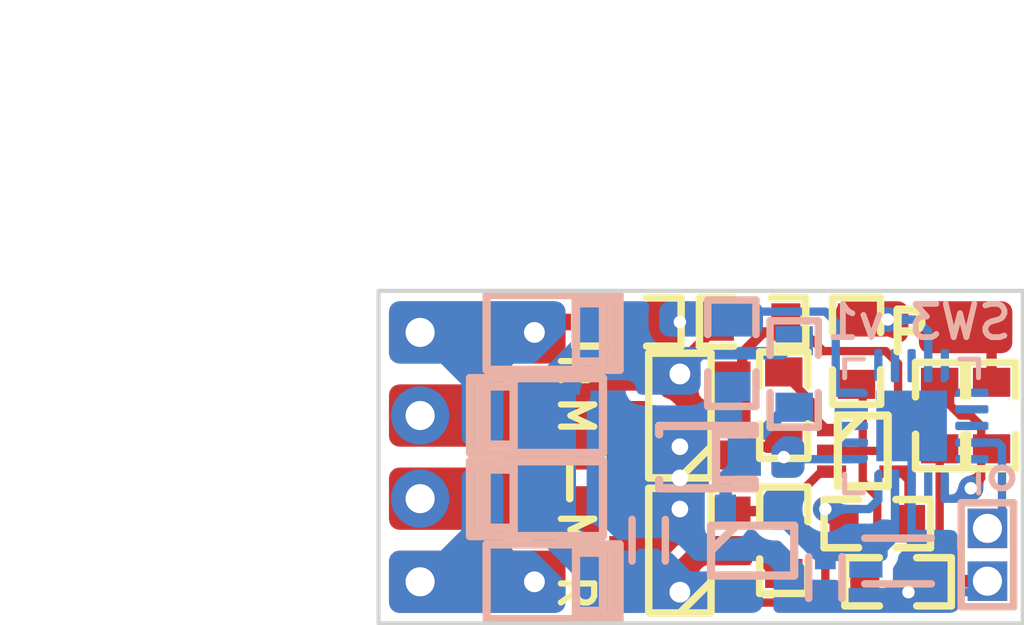
<source format=kicad_pcb>
(kicad_pcb (version 20211014) (generator pcbnew)
  (layers (0 "F.Cu" signal) (31 "B.Cu" signal) (34 "B.Paste" user) (35 "F.Paste" user) (36 "B.SilkS" user "B.Silkscreen") (37 "F.SilkS" user "F.Silkscreen") (38 "B.Mask" user) (39 "F.Mask" user) (44 "Edge.Cuts" user))
  (net 0 "")
  (net 1 "+12V")
  (net 2 "GND")
  (net 3 "+5V")
  (net 4 "MOTOR+")
  (net 5 "MOTOR-")
  (net 6 "RAIL+")
  (net 7 "RAIL-")
  (net 8 "Net-(D5-Pad1)")
  (net 9 "UPDI")
  (net 10 "REV")
  (net 11 "Net-(Q1-Pad3)")
  (net 12 "FWD")
  (net 13 "Net-(Q2-Pad3)")
  (net 14 "Net-(Q3-Pad1)")
  (net 15 "Net-(Q3-Pad2)")
  (net 16 "Net-(Q3-Pad4)")
  (net 17 "PWM")
  (net 30 "Net-(R1-Pad2)")
  (net 31 "/PROG")
  (net 32 "Net-(R18-Pad1)")
  (footprint "footprint:R_1608" (layer "F.Cu") (at 108.25 56 90)
    (fp_text reference "R4" hide)
    (fp_text value "102" hide)
    (pad "1" smd rect (at -0.8 0 90) (size 0.7 0.9) (layers "F.Cu" "F.Paste" "F.Mask") (net 1 "+12V"))
    (pad "2" smd rect (at 0.8 0 90) (size 0.7 0.9) (layers "F.Cu" "F.Paste" "F.Mask") (net 13 "Net-(Q2-Pad3)"))
  )
  (footprint "footprint:C_1005" (layer "F.Cu") (at 103.5 54.5 -90)
    (fp_text reference "C7" hide)
    (fp_text value "182" hide)
    (pad "1" smd rect (at -0.475 0 270) (size 0.55 0.5) (layers "F.Cu" "F.Paste" "F.Mask") (net 4 "MOTOR+"))
    (pad "2" smd rect (at 0.475 0 270) (size 0.55 0.5) (layers "F.Cu" "F.Paste" "F.Mask") (net 5 "MOTOR-"))
  )
  (footprint "footprint:PAD_2.2x0.8_SMD" (layer "F.Cu") (at 101.5 51)
    (fp_text reference "P1" hide)
    (fp_text value "PAD" hide)
    (pad "1" smd rect locked (at 0 0) (size 2.2 0.8) (layers "F.Cu" "F.Mask") (net 6 "RAIL+"))
  )
  (footprint "footprint:SOT-23-6" (layer "F.Cu") (at 105.75 56.25 90)
    (fp_text reference "Q2" hide)
    (fp_text value "DMG6601LVT" hide)
    (pad "1" smd rect (at -0.95 1.2 90) (size 0.7 1) (layers "F.Cu" "F.Paste" "F.Mask") (net 12 "FWD"))
    (pad "2" smd rect (at 0 1.2 90) (size 0.7 1) (layers "F.Cu" "F.Paste" "F.Mask") (net 1 "+12V"))
    (pad "3" smd rect (at 0.95 1.2 90) (size 0.7 1) (layers "F.Cu" "F.Paste" "F.Mask") (net 13 "Net-(Q2-Pad3)"))
    (pad "4" smd rect (at 0.95 -1.2 90) (size 0.7 1) (layers "F.Cu" "F.Paste" "F.Mask") (net 5 "MOTOR-"))
    (pad "5" smd rect (at 0 -1.2 90) (size 0.7 1) (layers "F.Cu" "F.Paste" "F.Mask") (net 2 "GND"))
    (pad "6" smd rect (at -0.95 -1.2 90) (size 0.7 1) (layers "F.Cu" "F.Paste" "F.Mask") (net 5 "MOTOR-"))
  )
  (footprint "footprint:R_1608" (layer "F.Cu") (at 104.5 50.75)
    (fp_text reference "R1" hide)
    (fp_text value "104" hide)
    (pad "1" smd rect (at -0.8 0) (size 0.7 0.9) (layers "F.Cu" "F.Paste" "F.Mask") (net 6 "RAIL+"))
    (pad "2" smd rect (at 0.8 0) (size 0.7 0.9) (layers "F.Cu" "F.Paste" "F.Mask") (net 30 "Net-(R1-Pad2)"))
  )
  (footprint "footprint:R_1608" (layer "F.Cu") (at 111 57)
    (fp_text reference "R8" hide)
    (fp_text value "102" hide)
    (pad "1" smd rect (at -0.8 0) (size 0.7 0.9) (layers "F.Cu" "F.Paste" "F.Mask") (net 15 "Net-(Q3-Pad2)"))
    (pad "2" smd rect (at 0.8 0) (size 0.7 0.9) (layers "F.Cu" "F.Paste" "F.Mask") (net 2 "GND"))
  )
  (footprint "footprint:R_1608" (layer "F.Cu") (at 112 53 -90)
    (fp_text reference "R18" hide)
    (fp_text value "104" hide)
    (pad "1" smd rect (at -0.8 0 270) (size 0.7 0.9) (layers "F.Cu" "F.Paste" "F.Mask") (net 32 "Net-(R18-Pad1)"))
    (pad "2" smd rect (at 0.8 0 270) (size 0.7 0.9) (layers "F.Cu" "F.Paste" "F.Mask") (net 2 "GND"))
  )
  (footprint "footprint:R_1608" (layer "F.Cu") (at 107.5 50.75)
    (fp_text reference "R3" hide)
    (fp_text value "102" hide)
    (pad "1" smd rect (at -0.8 0) (size 0.7 0.9) (layers "F.Cu" "F.Paste" "F.Mask") (net 1 "+12V"))
    (pad "2" smd rect (at 0.8 0) (size 0.7 0.9) (layers "F.Cu" "F.Paste" "F.Mask") (net 11 "Net-(Q1-Pad3)"))
  )
  (footprint "footprint:PAD_2.2x0.8_SMD" (layer "F.Cu") (at 101.5 55)
    (fp_text reference "P4" hide)
    (fp_text value "PAD" hide)
    (pad "1" smd rect locked (at 0 0) (size 2.2 0.8) (layers "F.Cu" "F.Mask") (net 5 "MOTOR-"))
  )
  (footprint "footprint:SOT-23-6" (layer "F.Cu") (at 105.75 53 90)
    (fp_text reference "Q1" hide)
    (fp_text value "DMG6601LVT" hide)
    (pad "1" smd rect (at -0.95 1.2 90) (size 0.7 1) (layers "F.Cu" "F.Paste" "F.Mask") (net 10 "REV"))
    (pad "2" smd rect (at 0 1.2 90) (size 0.7 1) (layers "F.Cu" "F.Paste" "F.Mask") (net 1 "+12V"))
    (pad "3" smd rect (at 0.95 1.2 90) (size 0.7 1) (layers "F.Cu" "F.Paste" "F.Mask") (net 11 "Net-(Q1-Pad3)"))
    (pad "4" smd rect (at 0.95 -1.2 90) (size 0.7 1) (layers "F.Cu" "F.Paste" "F.Mask") (net 4 "MOTOR+"))
    (pad "5" smd rect (at 0 -1.2 90) (size 0.7 1) (layers "F.Cu" "F.Paste" "F.Mask") (net 2 "GND"))
    (pad "6" smd rect (at -0.95 -1.2 90) (size 0.7 1) (layers "F.Cu" "F.Paste" "F.Mask") (net 4 "MOTOR+"))
  )
  (footprint "footprint:PAD_2.2x0.8_SMD" (layer "F.Cu") (at 101.5 53)
    (fp_text reference "P3" hide)
    (fp_text value "PAD" hide)
    (pad "1" smd rect locked (at 0 0) (size 2.2 0.8) (layers "F.Cu" "F.Mask") (net 4 "MOTOR+"))
  )
  (footprint "footprint:R_1608" (layer "F.Cu") (at 110.5 55.6 180)
    (fp_text reference "R6" hide)
    (fp_text value "331" hide)
    (pad "1" smd rect (at -0.8 0 180) (size 0.7 0.9) (layers "F.Cu" "F.Paste" "F.Mask") (net 16 "Net-(Q3-Pad4)"))
    (pad "2" smd rect (at 0.8 0 180) (size 0.7 0.9) (layers "F.Cu" "F.Paste" "F.Mask") (net 12 "FWD"))
  )
  (footprint "footprint:PAD_1.0x1.8_SMD" (layer "F.Cu") (at 112.7 50.9 90)
    (fp_text reference "P11" hide)
    (fp_text value "PROG_PAD" hide)
    (pad "1" smd rect locked (at 0 0 90) (size 1 1.8) (layers "F.Cu" "F.Mask") (net 31 "/PROG"))
  )
  (footprint "footprint:SOT-666-nomark" (layer "F.Cu") (at 110.15 53.85)
    (fp_text reference "Q3" hide)
    (fp_text value "PMBT3904VS" hide)
    (pad "1" smd rect (at -0.75 -0.5 270) (size 0.3 0.7) (layers "F.Cu" "F.Paste" "F.Mask") (net 14 "Net-(Q3-Pad1)"))
    (pad "2" smd rect (at -0.75 0 270) (size 0.3 0.7) (layers "F.Cu" "F.Paste" "F.Mask") (net 15 "Net-(Q3-Pad2)"))
    (pad "3" smd rect (at -0.75 0.5 270) (size 0.3 0.7) (layers "F.Cu" "F.Paste" "F.Mask") (net 13 "Net-(Q2-Pad3)"))
    (pad "4" smd rect (at 0.75 0.5 270) (size 0.3 0.7) (layers "F.Cu" "F.Paste" "F.Mask") (net 16 "Net-(Q3-Pad4)"))
    (pad "5" smd rect (at 0.75 0 270) (size 0.3 0.7) (layers "F.Cu" "F.Paste" "F.Mask") (net 15 "Net-(Q3-Pad2)"))
    (pad "6" smd rect (at 0.75 -0.5 270) (size 0.3 0.7) (layers "F.Cu" "F.Paste" "F.Mask") (net 11 "Net-(Q1-Pad3)"))
  )
  (footprint "footprint:PAD_2.2x0.8_SMD" (layer "F.Cu") (at 101.5 57)
    (fp_text reference "P2" hide)
    (fp_text value "PAD" hide)
    (pad "1" smd rect locked (at 0 0) (size 2.2 0.8) (layers "F.Cu" "F.Mask") (net 7 "RAIL-"))
  )
  (footprint "footprint:R_1608" (layer "F.Cu") (at 108.25 52.75 -90)
    (fp_text reference "R5" hide)
    (fp_text value "331" hide)
    (pad "1" smd rect (at -0.8 0 270) (size 0.7 0.9) (layers "F.Cu" "F.Paste" "F.Mask") (net 14 "Net-(Q3-Pad1)"))
    (pad "2" smd rect (at 0.8 0 270) (size 0.7 0.9) (layers "F.Cu" "F.Paste" "F.Mask") (net 10 "REV"))
  )
  (footprint "footprint:R_1608" (layer "F.Cu") (at 113.25 53 -90)
    (fp_text reference "R2" hide)
    (fp_text value "104" hide)
    (pad "1" smd rect (at -0.8 0 270) (size 0.7 0.9) (layers "F.Cu" "F.Paste" "F.Mask") (net 31 "/PROG"))
    (pad "2" smd rect (at 0.8 0 270) (size 0.7 0.9) (layers "F.Cu" "F.Paste" "F.Mask") (net 32 "Net-(R18-Pad1)"))
  )
  (footprint "footprint:R_1608" (layer "F.Cu") (at 110 51.45 -90)
    (fp_text reference "R7" hide)
    (fp_text value "102" hide)
    (pad "1" smd rect (at -0.8 0 270) (size 0.7 0.9) (layers "F.Cu" "F.Paste" "F.Mask") (net 17 "PWM"))
    (pad "2" smd rect (at 0.8 0 270) (size 0.7 0.9) (layers "F.Cu" "F.Paste" "F.Mask") (net 15 "Net-(Q3-Pad2)"))
  )
  (footprint "footprint:Test_4pin_2mm" (layer "F.Cu") (at 99.5 54 -90)
    (fp_text reference "P10" hide)
    (fp_text value "Test" hide)
    (pad "1" thru_hole circle (at -3 0 270) (size 1.4 1.4) (drill 0.7) (layers *.Cu *.Mask) (net 6 "RAIL+"))
    (pad "2" thru_hole circle (at -1 0 270) (size 1.4 1.4) (drill 0.7) (layers *.Cu *.Mask) (net 4 "MOTOR+"))
    (pad "3" thru_hole circle (at 1 0 270) (size 1.4 1.4) (drill 0.7) (layers *.Cu *.Mask) (net 5 "MOTOR-"))
    (pad "4" thru_hole circle (at 3 0 270) (size 1.4 1.4) (drill 0.7) (layers *.Cu *.Mask) (net 7 "RAIL-"))
  )
  (footprint "footprint:C_1005" (layer "B.Cu") (at 105 56 90)
    (fp_text reference "C1" hide)
    (fp_text value "104" hide)
    (pad "1" smd rect (at -0.475 0 90) (size 0.55 0.5) (layers "B.Cu" "B.Paste" "B.Mask") (net 1 "+12V"))
    (pad "2" smd rect (at 0.475 0 90) (size 0.55 0.5) (layers "B.Cu" "B.Paste" "B.Mask") (net 2 "GND"))
  )
  (footprint "footprint:VQFN-20-1EP_3x3mm_P0.4mm_EP1.7x1.7mm" (layer "B.Cu") (at 111.325 53.25 90)
    (fp_text reference "U2" hide)
    (fp_text value "ATtiny406-M" hide)
    (pad "1" smd custom (at -1.45 0.8 90) (size 0.143431 0.143431) (layers "B.Cu" "B.Paste" "B.Mask") (net 32 "Net-(R18-Pad1)") (options (clearance outline) (anchor circle)) (primitives (gr_poly (pts (xy -0.35 0.05) (xy 0.299289 0.05) (xy 0.35 -0.000711) (xy 0.35 -0.05) (xy -0.35 -0.05)) (width 0.1) (fill yes))))
    (pad "2" smd roundrect (at -1.45 0.4 90) (size 0.8 0.2) (layers "B.Cu" "B.Paste" "B.Mask"))
    (pad "3" smd roundrect (at -1.45 0 90) (size 0.8 0.2) (layers "B.Cu" "B.Paste" "B.Mask") (net 2 "GND"))
    (pad "4" smd roundrect (at -1.45 -0.4 90) (size 0.8 0.2) (layers "B.Cu" "B.Paste" "B.Mask") (net 3 "+5V"))
    (pad "5" smd custom (at -1.45 -0.8 90) (size 0.143431 0.143431) (layers "B.Cu" "B.Paste" "B.Mask") (net 12 "FWD") (options (clearance outline) (anchor circle)) (primitives (gr_poly (pts (xy -0.35 0.05) (xy 0.35 0.05) (xy 0.35 0.000711) (xy 0.299289 -0.05) (xy -0.35 -0.05)) (width 0.1) (fill yes))))
    (pad "6" smd custom (at -0.8 -1.45 90) (size 0.143431 0.143431) (layers "B.Cu" "B.Paste" "B.Mask") (net 10 "REV") (options (clearance outline) (anchor circle)) (primitives (gr_poly (pts (xy -0.05 0.299289) (xy 0.000711 0.35) (xy 0.05 0.35) (xy 0.05 -0.35) (xy -0.05 -0.35)) (width 0.1) (fill yes))))
    (pad "7" smd roundrect (at -0.4 -1.45 90) (size 0.2 0.8) (layers "B.Cu" "B.Paste" "B.Mask"))
    (pad "8" smd roundrect (at 0 -1.45 90) (size 0.2 0.8) (layers "B.Cu" "B.Paste" "B.Mask"))
    (pad "9" smd roundrect (at 0.4 -1.45 90) (size 0.2 0.8) (layers "B.Cu" "B.Paste" "B.Mask"))
    (pad "10" smd custom (at 0.8 -1.45 90) (size 0.143431 0.143431) (layers "B.Cu" "B.Paste" "B.Mask") (net 30 "Net-(R1-Pad2)") (options (clearance outline) (anchor circle)) (primitives (gr_poly (pts (xy -0.05 0.35) (xy -0.000711 0.35) (xy 0.05 0.299289) (xy 0.05 -0.35) (xy -0.05 -0.35)) (width 0.1) (fill yes))))
    (pad "11" smd custom (at 1.45 -0.8 90) (size 0.143431 0.143431) (layers "B.Cu" "B.Paste" "B.Mask") (options (clearance outline) (anchor circle)) (primitives (gr_poly (pts (xy -0.35 0.05) (xy 0.35 0.05) (xy 0.35 -0.05) (xy -0.299289 -0.05) (xy -0.35 0.000711)) (width 0.1) (fill yes))))
    (pad "12" smd roundrect (at 1.45 -0.4 90) (size 0.8 0.2) (layers "B.Cu" "B.Paste" "B.Mask"))
    (pad "13" smd roundrect (at 1.45 0 90) (size 0.8 0.2) (layers "B.Cu" "B.Paste" "B.Mask"))
    (pad "14" smd roundrect (at 1.45 0.4 90) (size 0.8 0.2) (layers "B.Cu" "B.Paste" "B.Mask") (net 17 "PWM"))
    (pad "15" smd custom (at 1.45 0.8 90) (size 0.143431 0.143431) (layers "B.Cu" "B.Paste" "B.Mask") (options (clearance outline) (anchor circle)) (primitives (gr_poly (pts (xy -0.35 -0.000711) (xy -0.299289 0.05) (xy 0.35 0.05) (xy 0.35 -0.05) (xy -0.35 -0.05)) (width 0.1) (fill yes))))
    (pad "16" smd custom (at 0.8 1.45 90) (size 0.143431 0.143431) (layers "B.Cu" "B.Paste" "B.Mask") (options (clearance outline) (anchor circle)) (primitives (gr_poly (pts (xy -0.05 0.35) (xy 0.05 0.35) (xy 0.05 -0.299289) (xy -0.000711 -0.35) (xy -0.05 -0.35)) (width 0.1) (fill yes))))
    (pad "17" smd roundrect (at 0.4 1.45 90) (size 0.2 0.8) (layers "B.Cu" "B.Paste" "B.Mask"))
    (pad "18" smd roundrect (at 0 1.45 90) (size 0.2 0.8) (layers "B.Cu" "B.Paste" "B.Mask"))
    (pad "19" smd roundrect (at -0.4 1.45 90) (size 0.2 0.8) (layers "B.Cu" "B.Paste" "B.Mask") (net 9 "UPDI"))
    (pad "20" smd custom (at -0.8 1.45 90) (size 0.143431 0.143431) (layers "B.Cu" "B.Paste" "B.Mask") (options (clearance outline) (anchor circle)) (primitives (gr_poly (pts (xy -0.05 0.35) (xy 0.05 0.35) (xy 0.05 -0.35) (xy 0.000711 -0.35) (xy -0.05 -0.299289)) (width 0.1) (fill yes))))
    (pad "21" smd rect (at 0 0 90) (size 1.7 1.7) (layers "B.Cu" "B.Mask") (net 2 "GND"))
  )
  (footprint "footprint:PMDU" (layer "B.Cu") (at 102.5 55 180)
    (fp_text reference "D4" hide)
    (fp_text value "SS2040FL" hide)
    (pad "1" smd rect (at 1.525 0 180) (size 0.85 1.2) (layers "B.Cu" "B.Paste" "B.Mask") (net 7 "RAIL-"))
    (pad "2" smd rect (at -1.525 0 180) (size 0.85 1.2) (layers "B.Cu" "B.Paste" "B.Mask") (net 2 "GND"))
  )
  (footprint "footprint:PMDU" (layer "B.Cu") (at 102.5 57)
    (fp_text reference "D3" hide)
    (fp_text value "SS2040FL" hide)
    (pad "1" smd rect (at 1.525 0) (size 0.85 1.2) (layers "B.Cu" "B.Paste" "B.Mask") (net 1 "+12V"))
    (pad "2" smd rect (at -1.525 0) (size 0.85 1.2) (layers "B.Cu" "B.Paste" "B.Mask") (net 7 "RAIL-"))
  )
  (footprint "footprint:SC-70_v2" (layer "B.Cu") (at 107.5 56.25)
    (fp_text reference "Q5" hide)
    (fp_text value "2SC4116" hide)
    (pad "1" smd rect (at -0.65 -0.95) (size 0.5 0.8) (layers "B.Cu" "B.Paste" "B.Mask") (net 8 "Net-(D5-Pad1)"))
    (pad "2" smd rect (at 0.65 -0.95) (size 0.5 0.8) (layers "B.Cu" "B.Paste" "B.Mask") (net 3 "+5V"))
    (pad "3" smd rect (at 0 0.95) (size 0.5 0.8) (layers "B.Cu" "B.Paste" "B.Mask") (net 1 "+12V"))
  )
  (footprint "footprint:UMD2" (layer "B.Cu") (at 106.25 54)
    (fp_text reference "D5" hide)
    (fp_text value "UDZV5.1B" hide)
    (pad "1" smd rect (at 1.05 0) (size 0.8 0.9) (layers "B.Cu" "B.Paste" "B.Mask") (net 8 "Net-(D5-Pad1)"))
    (pad "2" smd rect (at -1.05 0) (size 0.8 0.9) (layers "B.Cu" "B.Paste" "B.Mask") (net 2 "GND"))
  )
  (footprint "footprint:R_1608" (layer "B.Cu") (at 107 51.5 -90)
    (fp_text reference "R17" hide)
    (fp_text value "104" hide)
    (pad "1" smd rect (at -0.8 0 270) (size 0.7 0.9) (layers "B.Cu" "B.Paste" "B.Mask") (net 30 "Net-(R1-Pad2)"))
    (pad "2" smd rect (at 0.8 0 270) (size 0.7 0.9) (layers "B.Cu" "B.Paste" "B.Mask") (net 2 "GND"))
  )
  (footprint "footprint:C_1005" (layer "B.Cu") (at 109.25 56.9 -90)
    (fp_text reference "C5" hide)
    (fp_text value "104" hide)
    (pad "1" smd rect (at -0.475 0 270) (size 0.55 0.5) (layers "B.Cu" "B.Paste" "B.Mask") (net 3 "+5V"))
    (pad "2" smd rect (at 0.475 0 270) (size 0.55 0.5) (layers "B.Cu" "B.Paste" "B.Mask") (net 2 "GND"))
  )
  (footprint "footprint:C_1608" (layer "B.Cu") (at 111 56.5)
    (fp_text reference "C3" hide)
    (fp_text value "226" hide)
    (pad "1" smd rect (at -0.775 0) (size 0.8 0.8) (layers "B.Cu" "B.Paste" "B.Mask") (net 3 "+5V"))
    (pad "2" smd rect (at 0.775 0) (size 0.8 0.8) (layers "B.Cu" "B.Paste" "B.Mask") (net 2 "GND"))
  )
  (footprint "footprint:PMDU" (layer "B.Cu") (at 102.5 51)
    (fp_text reference "D1" hide)
    (fp_text value "SS2040FL" hide)
    (pad "1" smd rect (at 1.525 0) (size 0.85 1.2) (layers "B.Cu" "B.Paste" "B.Mask") (net 1 "+12V"))
    (pad "2" smd rect (at -1.525 0) (size 0.85 1.2) (layers "B.Cu" "B.Paste" "B.Mask") (net 6 "RAIL+"))
  )
  (footprint "footprint:PAD_PROG_2PIN_HOLE0.7" (layer "B.Cu") (at 113.15 56.35 -90)
    (fp_text reference "P7" hide)
    (fp_text value "PROG" hide)
    (pad "1" thru_hole rect locked (at -0.635 0 270) (size 0.95 0.95) (drill 0.7) (layers *.Cu *.Mask) (net 9 "UPDI"))
    (pad "2" thru_hole rect locked (at 0.635 0 270) (size 0.95 0.95) (drill 0.7) (layers *.Cu *.Mask) (net 2 "GND"))
  )
  (footprint "footprint:R_1608" (layer "B.Cu") (at 108.5 52 -90)
    (fp_text reference "R12" hide)
    (fp_text value "472" hide)
    (pad "1" smd rect (at -0.8 0 270) (size 0.7 0.9) (layers "B.Cu" "B.Paste" "B.Mask") (net 1 "+12V"))
    (pad "2" smd rect (at 0.8 0 270) (size 0.7 0.9) (layers "B.Cu" "B.Paste" "B.Mask") (net 8 "Net-(D5-Pad1)"))
  )
  (footprint "footprint:PMDU" (layer "B.Cu") (at 102.5 53 180)
    (fp_text reference "D2" hide)
    (fp_text value "SS2040FL" hide)
    (pad "1" smd rect (at 1.525 0 180) (size 0.85 1.2) (layers "B.Cu" "B.Paste" "B.Mask") (net 6 "RAIL+"))
    (pad "2" smd rect (at -1.525 0 180) (size 0.85 1.2) (layers "B.Cu" "B.Paste" "B.Mask") (net 2 "GND"))
  )
  (gr_circle (center 113.5 54.5) (end 113.75 54.5) (layer "B.SilkS") (width 0.15) (fill none))
  (gr_line (start 114 50) (end 98.5 50) (layer "Edge.Cuts") (width 0.1))
  (gr_line (start 114 58) (end 114 50) (layer "Edge.Cuts") (width 0.1))
  (gr_line (start 98.5 50) (end 98.5 58) (layer "Edge.Cuts") (width 0.1))
  (gr_line (start 98.5 58) (end 114 58) (layer "Edge.Cuts") (width 0.1))
  (gr_text "SW3 v1" (at 111.5 50.75) (layer "B.SilkS") (effects (font (size 0.8 0.8) (thickness 0.14)) (justify mirror)))
  (gr_text "R" (at 103.25 51.9 270) (layer "F.SilkS") (effects (font (size 0.8 0.8))))
  (gr_text "M" (at 103.25 53 270) (layer "F.SilkS") (effects (font (size 0.8 0.8))))
  (gr_text "R" (at 103.25 57.25 270) (layer "F.SilkS") (effects (font (size 0.8 0.8))))
  (gr_text "M" (at 103.25 55.75 270) (layer "F.SilkS") (effects (font (size 0.8 0.8))))
  (gr_text "P" (at 111.25 51) (layer "F.SilkS") (effects (font (size 1 1) (thickness 0.2))))
  (segment (start 105.76 56.83) (end 105.76 57.24) (width 0.5) (layer "F.Cu") (net 1))
  (segment (start 105.75 52.46) (end 105.75 52) (width 0.5) (layer "F.Cu") (net 1))
  (segment (start 107.075 56.375) (end 106.95 56.25) (width 0.25) (layer "F.Cu") (net 1))
  (segment (start 106.7 50.8) (end 106.7 50.75) (width 0.25) (layer "F.Cu") (net 1))
  (segment (start 106.24 56.35) (end 105.76 56.83) (width 0.5) (layer "F.Cu") (net 1))
  (segment (start 107.625 56.375) (end 107.075 56.375) (width 0.25) (layer "F.Cu") (net 1))
  (segment (start 105.75 52) (end 105.75 51.95) (width 0.25) (layer "F.Cu") (net 1))
  (segment (start 106.24 56.35) (end 106.85 56.35) (width 0.5) (layer "F.Cu") (net 1))
  (segment (start 107.625 56.375) (end 108.05 56.8) (width 0.25) (layer "F.Cu") (net 1))
  (segment (start 106.5 53) (end 106.29 53) (width 0.5) (layer "F.Cu") (net 1))
  (segment (start 106.29 53) (end 105.75 52.46) (width 0.5) (layer "F.Cu") (net 1))
  (segment (start 106.85 56.35) (end 106.95 56.25) (width 0.5) (layer "F.Cu") (net 1))
  (segment (start 108.05 56.8) (end 108.25 56.8) (width 0.25) (layer "F.Cu") (net 1))
  (segment (start 105.75 51.75) (end 106.7 50.8) (width 0.25) (layer "F.Cu") (net 1))
  (segment (start 105.76 57.24) (end 105.75 57.25) (width 0.5) (layer "F.Cu") (net 1))
  (segment (start 106.5 53) (end 106.95 53) (width 0.5) (layer "F.Cu") (net 1))
  (segment (start 105.75 52) (end 105.75 51.75) (width 0.25) (layer "F.Cu") (net 1))
  (via (at 105.75 57.25) (size 1) (drill 0.5) (layers "F.Cu" "B.Cu") (net 1))
  (via (at 105.75 52) (size 1) (drill 0.5) (layers "F.Cu" "B.Cu") (net 1))
  (segment (start 105 57) (end 105.75 57) (width 0.2) (layer "B.Cu") (net 1))
  (segment (start 104.25 51) (end 103.775 51) (width 0.5) (layer "B.Cu") (net 1))
  (segment (start 105.75 57) (end 105.75 57.25) (width 0.2) (layer "B.Cu") (net 1))
  (segment (start 103.775 57) (end 105 57) (width 0.2) (layer "B.Cu") (net 1))
  (segment (start 103.275 51.5) (end 103.775 51) (width 0.2) (layer "B.Cu") (net 1))
  (segment (start 103.25 51.5) (end 103.275 51.5) (width 0.2) (layer "B.Cu") (net 1))
  (segment (start 105.75 52) (end 106 51.75) (width 0.25) (layer "B.Cu") (net 1))
  (segment (start 105.25 52) (end 105.75 52) (width 0.5) (layer "B.Cu") (net 1))
  (segment (start 105 56.475) (end 105 57) (width 0.25) (layer "B.Cu") (net 1))
  (segment (start 102.25 55.25) (end 103.775 56.775) (width 0.2) (layer "B.Cu") (net 1))
  (segment (start 106.25 51.5) (end 105.75 52) (width 0.3) (layer "B.Cu") (net 1))
  (segment (start 102.25 52.5) (end 103.25 51.5) (width 0.2) (layer "B.Cu") (net 1))
  (segment (start 107.45 57.25) (end 107.5 57.2) (width 0.4) (layer "B.Cu") (net 1))
  (segment (start 104.25 51) (end 105.25 52) (width 0.5) (layer "B.Cu") (net 1))
  (segment (start 106.25 51.5) (end 105.25 51.5) (width 0.3) (layer "B.Cu") (net 1))
  (segment (start 108.2 51.5) (end 108.5 51.2) (width 0.3) (layer "B.Cu") (net 1))
  (segment (start 106.25 51.5) (end 108.2 51.5) (width 0.3) (layer "B.Cu") (net 1))
  (segment (start 105.75 57.25) (end 107.45 57.25) (width 0.4) (layer "B.Cu") (net 1))
  (segment (start 102.25 55.25) (end 102.25 52.5) (width 0.2) (layer "B.Cu") (net 1))
  (segment (start 103.775 56.775) (end 103.775 57) (width 0.2) (layer "B.Cu") (net 1))
  (segment (start 105.25 53.05) (end 104.6 53.05) (width 0.5) (layer "F.Cu") (net 2))
  (segment (start 104.6 56.2) (end 104.55 56.25) (width 0.5) (layer "F.Cu") (net 2))
  (segment (start 113.15 56.985) (end 111.815 56.985) (width 0.3) (layer "F.Cu") (net 2))
  (segment (start 111.25 57) (end 111.25 57.25) (width 0.2) (layer "F.Cu") (net 2))
  (segment (start 112 56.8) (end 111.8 57) (width 0.2) (layer "F.Cu") (net 2))
  (segment (start 112.885 57) (end 113 56.885) (width 0.2) (layer "F.Cu") (net 2))
  (segment (start 105.25 53.05) (end 105.75 53.55) (width 0.5) (layer "F.Cu") (net 2))
  (segment (start 111.8 57) (end 111.25 57) (width 0.2) (layer "F.Cu") (net 2))
  (segment (start 105.27 56.2) (end 104.6 56.2) (width 0.5) (layer "F.Cu") (net 2))
  (segment (start 105.75 55.72) (end 105.75 55.25) (width 0.5) (layer "F.Cu") (net 2))
  (segment (start 111.815 56.985) (end 111.8 57) (width 0.3) (layer "F.Cu") (net 2))
  (segment (start 112 53.8) (end 112 56.8) (width 0.2) (layer "F.Cu") (net 2))
  (segment (start 105.27 56.2) (end 105.75 55.72) (width 0.5) (layer "F.Cu") (net 2))
  (segment (start 104.6 53.05) (end 104.55 53) (width 0.5) (layer "F.Cu") (net 2))
  (via (at 111.25 57.25) (size 0.6) (drill 0.3) (layers "F.Cu" "B.Cu") (net 2))
  (via (at 105.75 53.75) (size 0.8) (drill 0.4) (layers "F.Cu" "B.Cu") (net 2))
  (via (at 105.75 55.25) (size 0.8) (drill 0.4) (layers "F.Cu" "B.Cu") (net 2))
  (via (at 105.75 54.5) (size 0.8) (drill 0.4) (layers "F.Cu" "B.Cu") (net 2))
  (segment (start 106.95 52.55) (end 105.75 53.75) (width 0.4) (layer "B.Cu") (net 2))
  (segment (start 108 56.25) (end 106.5 56.25) (width 0.2) (layer "B.Cu") (net 2))
  (segment (start 103.775 55) (end 105 55) (width 0.2) (layer "B.Cu") (net 2))
  (segment (start 106.5 56.25) (end 105.75 55.5) (width 0.2) (layer "B.Cu") (net 2))
  (segment (start 103.775 53) (end 105.25 53) (width 0.2) (layer "B.Cu") (net 2))
  (segment (start 107 52.55) (end 106.95 52.55) (width 0.4) (layer "B.Cu") (net 2))
  (segment (start 105 55.525) (end 105 55) (width 0.25) (layer "B.Cu") (net 2))
  (segment (start 111.775 57.225) (end 111.75 57.25) (width 0.2) (layer "B.Cu") (net 2))
  (segment (start 109.7 57.5) (end 109.375 57.5) (width 0.2) (layer "B.Cu") (net 2))
  (segment (start 111.5 56.225) (end 111.775 56.5) (width 0.2) (layer "B.Cu") (net 2))
  (segment (start 108.5 57.5) (end 109.125 57.5) (width 0.2) (layer "B.Cu") (net 2))
  (segment (start 111.5 56) (end 111.5 56.225) (width 0.2) (layer "B.Cu") (net 2))
  (segment (start 111.325 55.675) (end 111.325 56.425) (width 0.2) (layer "B.Cu") (net 2))
  (segment (start 105.75 53.75) (end 105.75 55) (width 0.2) (layer "B.Cu") (net 2))
  (segment (start 109.375 57.5) (end 109.25 57.375) (width 0.2) (layer "B.Cu") (net 2))
  (segment (start 111.25 57.25) (end 110.525 57.25) (width 0.2) (layer "B.Cu") (net 2))
  (segment (start 105 55) (end 105.75 55) (width 0.2) (layer "B.Cu") (net 2))
  (segment (start 105.75 55.5) (end 105.75 55.25) (width 0.2) (layer "B.Cu") (net 2))
  (segment (start 111.325 55.825) (end 111.5 56) (width 0.2) (layer "B.Cu") (net 2))
  (segment (start 111.75 57.25) (end 111.25 57.25) (width 0.2) (layer "B.Cu") (net 2))
  (segment (start 111.325 54.45) (end 111.325 55.675) (width 0.2) (layer "B.Cu") (net 2))
  (segment (start 109.125 57.5) (end 109.25 57.375) (width 0.2) (layer "B.Cu") (net 2))
  (segment (start 105.25 53) (end 105.75 53.5) (width 0.2) (layer "B.Cu") (net 2))
  (segment (start 111.775 56.5) (end 111.775 57.225) (width 0.2) (layer "B.Cu") (net 2))
  (segment (start 109.7 57.5) (end 110.275 57.5) (width 0.2) (layer "B.Cu") (net 2))
  (segment (start 110.275 57.5) (end 110.5 57.275) (width 0.2) (layer "B.Cu") (net 2))
  (segment (start 111.325 55.675) (end 111.325 55.825) (width 0.2) (layer "B.Cu") (net 2))
  (segment (start 112 57.25) (end 112.785 57.25) (width 0.2) (layer "B.Cu") (net 2))
  (segment (start 110.525 57.25) (end 110.5 57.275) (width 0.2) (layer "B.Cu") (net 2))
  (segment (start 112.785 57.25) (end 113.15 56.885) (width 0.2) (layer "B.Cu") (net 2))
  (segment (start 108.25 56.75) (end 108.25 56.5) (width 0.2) (layer "B.Cu") (net 2))
  (segment (start 108.25 56.5) (end 108 56.25) (width 0.2) (layer "B.Cu") (net 2))
  (segment (start 108.25 57.25) (end 108.5 57.5) (width 0.2) (layer "B.Cu") (net 2))
  (segment (start 112 57.25) (end 111.75 57.25) (width 0.2) (layer "B.Cu") (net 2))
  (segment (start 111.325 54.7) (end 111.325 53.25) (width 0.2) (layer "B.Cu") (net 2))
  (segment (start 108.25 56.75) (end 108.25 57.25) (width 0.2) (layer "B.Cu") (net 2))
  (segment (start 108.2 55.25) (end 108.15 55.3) (width 0.2) (layer "B.Cu") (net 3))
  (segment (start 110 56.25) (end 109 56.25) (width 0.25) (layer "B.Cu") (net 3))
  (segment (start 108.15 55.4) (end 108.15 55.3) (width 0.2) (layer "B.Cu") (net 3))
  (segment (start 110.925 55.8) (end 110.225 56.5) (width 0.2) (layer "B.Cu") (net 3))
  (segment (start 110.925 54.45) (end 110.925 55.8) (width 0.2) (layer "B.Cu") (net 3))
  (segment (start 109 56.25) (end 108.15 55.4) (width 0.25) (layer "B.Cu") (net 3))
  (segment (start 104.55 53.95) (end 103.8 53.95) (width 0.5) (layer "F.Cu") (net 4))
  (segment (start 103.8 53.95) (end 103.45 53.95) (width 0.5) (layer "F.Cu") (net 4))
  (segment (start 102.75 53.25) (end 103.5 53.25) (width 0.5) (layer "F.Cu") (net 4))
  (segment (start 103.25 53.5) (end 103.5 53.25) (width 0.5) (layer "F.Cu") (net 4))
  (segment (start 102.5 53) (end 101.5 53) (width 0.5) (layer "F.Cu") (net 4))
  (segment (start 103.575 53.95) (end 103.5 54.025) (width 0.5) (layer "F.Cu") (net 4))
  (segment (start 103 53.5) (end 103.25 53.5) (width 0.5) (layer "F.Cu") (net 4))
  (segment (start 103 53.5) (end 102.75 53.25) (width 0.5) (layer "F.Cu") (net 4))
  (segment (start 103.7 52.05) (end 103.5 52.25) (width 0.5) (layer "F.Cu") (net 4))
  (segment (start 103.5 53.25) (end 103.5 54.025) (width 0.5) (layer "F.Cu") (net 4))
  (segment (start 103.45 53.95) (end 103 53.5) (width 0.5) (layer "F.Cu") (net 4))
  (segment (start 103.8 53.95) (end 103.575 53.95) (width 0.5) (layer "F.Cu") (net 4))
  (segment (start 102.75 53.25) (end 102.5 53) (width 0.5) (layer "F.Cu") (net 4))
  (segment (start 104.55 52.05) (end 103.7 52.05) (width 0.5) (layer "F.Cu") (net 4))
  (segment (start 101.5 53) (end 99.5 53) (width 0.5) (layer "F.Cu") (net 4))
  (segment (start 103.5 52.25) (end 103.5 53.25) (width 0.5) (layer "F.Cu") (net 4))
  (segment (start 103.475 55) (end 103.5 54.975) (width 0.5) (layer "F.Cu") (net 5))
  (segment (start 103.5 55.25) (end 103.5 54.975) (width 0.5) (layer "F.Cu") (net 5))
  (segment (start 104.55 55.3) (end 103.55 55.3) (width 0.5) (layer "F.Cu") (net 5))
  (segment (start 104.55 57.2) (end 103.7 57.2) (width 0.5) (layer "F.Cu") (net 5))
  (segment (start 103.55 55.3) (end 103.5 55.25) (width 0.5) (layer "F.Cu") (net 5))
  (segment (start 103.7 57.2) (end 103.5 57) (width 0.5) (layer "F.Cu") (net 5))
  (segment (start 101.5 55) (end 99.5 55) (width 0.5) (layer "F.Cu") (net 5))
  (segment (start 103.5 57) (end 103.5 55.25) (width 0.5) (layer "F.Cu") (net 5))
  (segment (start 101.5 55) (end 103.475 55) (width 0.5) (layer "F.Cu") (net 5))
  (segment (start 101.5 51) (end 99.5 51) (width 0.2) (layer "F.Cu") (net 6))
  (segment (start 102.5 50.75) (end 102.25 51) (width 0.4) (layer "F.Cu") (net 6))
  (segment (start 103.7 50.75) (end 102.5 50.75) (width 0.4) (layer "F.Cu") (net 6))
  (segment (start 103.45 51) (end 103.7 50.75) (width 0.2) (layer "F.Cu") (net 6))
  (via (at 102.25 51) (size 1) (drill 0.5) (layers "F.Cu" "B.Cu") (net 6))
  (segment (start 100.725 51) (end 102.25 51) (width 0.2) (layer "B.Cu") (net 6))
  (segment (start 101.5 57) (end 99.5 57) (width 0.2) (layer "F.Cu") (net 7))
  (via (at 102.25 57) (size 1) (drill 0.5) (layers "F.Cu" "B.Cu") (net 7))
  (segment (start 100.725 57) (end 102.25 57) (width 0.2) (layer "B.Cu") (net 7))
  (segment (start 107.15 54) (end 108.35 52.8) (width 0.3) (layer "B.Cu") (net 8))
  (segment (start 106.85 54.45) (end 107.3 54) (width 0.3) (layer "B.Cu") (net 8))
  (segment (start 106.85 55.3) (end 106.85 54.45) (width 0.3) (layer "B.Cu") (net 8))
  (segment (start 113.5 53.75) (end 113.5 55.365) (width 0.2) (layer "B.Cu") (net 9))
  (segment (start 112.775 53.65) (end 113.4 53.65) (width 0.2) (layer "B.Cu") (net 9))
  (segment (start 113.4 53.65) (end 113.5 53.75) (width 0.2) (layer "B.Cu") (net 9))
  (segment (start 113.5 55.365) (end 113.15 55.715) (width 0.2) (layer "B.Cu") (net 9))
  (segment (start 108.05 53.75) (end 108.25 53.55) (width 0.2) (layer "F.Cu") (net 10))
  (segment (start 106.95 53.95) (end 107.15 53.75) (width 0.2) (layer "F.Cu") (net 10))
  (segment (start 108.25 54) (end 108.25 53.55) (width 0.2) (layer "F.Cu") (net 10))
  (segment (start 108.5 53.8) (end 108.25 53.55) (width 0.2) (layer "F.Cu") (net 10))
  (segment (start 107.15 53.75) (end 108.05 53.75) (width 0.25) (layer "F.Cu") (net 10))
  (segment (start 108.25 53.55) (end 108.3 53.55) (width 0.2) (layer "F.Cu") (net 10))
  (segment (start 108.3 53.55) (end 108.55 53.55) (width 0.2) (layer "F.Cu") (net 10))
  (via (at 108.25 54) (size 0.6) (drill 0.3) (layers "F.Cu" "B.Cu") (net 10))
  (segment (start 109.875 54.05) (end 108.55 54.05) (width 0.2) (layer "B.Cu") (net 10))
  (segment (start 108.55 54.05) (end 108.5 54) (width 0.2) (layer "B.Cu") (net 10))
  (segment (start 108.55 54.05) (end 108.3 54.05) (width 0.2) (layer "B.Cu") (net 10))
  (segment (start 108.3 54.05) (end 108.25 54) (width 0.2) (layer "B.Cu") (net 10))
  (segment (start 108.05 51) (end 107.75 51) (width 0.25) (layer "F.Cu") (net 11))
  (segment (start 110.7 51.45) (end 109.2 51.45) (width 0.2) (layer "F.Cu") (net 11))
  (segment (start 107.75 51) (end 107.25 51.5) (width 0.25) (layer "F.Cu") (net 11))
  (segment (start 108.55 50.8) (end 108.55 50.75) (width 0.2) (layer "F.Cu") (net 11))
  (segment (start 109.2 51.45) (end 108.75 51) (width 0.2) (layer "F.Cu") (net 11))
  (segment (start 108.55 51) (end 108.3 50.75) (width 0.2) (layer "F.Cu") (net 11))
  (segment (start 111 51.75) (end 110.7 51.45) (width 0.2) (layer "F.Cu") (net 11))
  (segment (start 108.3 50.75) (end 108.05 51) (width 0.25) (layer "F.Cu") (net 11))
  (segment (start 111 53.25) (end 111 51.75) (width 0.2) (layer "F.Cu") (net 11))
  (segment (start 108.75 51) (end 108.55 51) (width 0.2) (layer "F.Cu") (net 11))
  (segment (start 107.25 51.5) (end 107.25 51.75) (width 0.25) (layer "F.Cu") (net 11))
  (segment (start 107.25 51.75) (end 106.95 52.05) (width 0.25) (layer "F.Cu") (net 11))
  (segment (start 109.25 57.25) (end 109 57.5) (width 0.2) (layer "F.Cu") (net 12))
  (segment (start 109.95 55.5) (end 109.8095 55.5) (width 0.2) (layer "F.Cu") (net 12))
  (segment (start 107.25 57.5) (end 106.95 57.2) (width 0.2) (layer "F.Cu") (net 12))
  (segment (start 109 57.5) (end 107.25 57.5) (width 0.2) (layer "F.Cu") (net 12))
  (segment (start 109.35 55.25) (end 109.7 55.6) (width 0.5) (layer "F.Cu") (net 12))
  (segment (start 109.25 55.25) (end 109.35 55.25) (width 0.5) (layer "F.Cu") (net 12))
  (segment (start 109.25 56.25) (end 109.25 57.25) (width 0.2) (layer "F.Cu") (net 12))
  (segment (start 109.5 55.5) (end 109.5 56) (width 0.2) (layer "F.Cu") (net 12))
  (segment (start 109.95 55.5) (end 109.5 55.5) (width 0.2) (layer "F.Cu") (net 12))
  (segment (start 109.5 56) (end 109.25 56.25) (width 0.2) (layer "F.Cu") (net 12))
  (via (at 109.25 55.25) (size 0.6) (drill 0.3) (layers "F.Cu" "B.Cu") (net 12))
  (segment (start 110.3 55.25) (end 110.525 55.025) (width 0.2) (layer "B.Cu") (net 12))
  (segment (start 109.25 55.25) (end 110.3 55.25) (width 0.2) (layer "B.Cu") (net 12))
  (segment (start 110.525 55.025) (end 110.525 54.7) (width 0.2) (layer "B.Cu") (net 12))
  (segment (start 108.3 55.2) (end 108.25 55.2) (width 0.2) (layer "F.Cu") (net 13))
  (segment (start 106.95 55.3) (end 107.9 55.3) (width 0.25) (layer "F.Cu") (net 13))
  (segment (start 109.15 54.35) (end 108.3 55.2) (width 0.2) (layer "F.Cu") (net 13))
  (segment (start 109.4 54.35) (end 109.15 54.35) (width 0.2) (layer "F.Cu") (net 13))
  (segment (start 109 53.05) (end 109.25 53.3) (width 0.2) (layer "F.Cu") (net 14))
  (segment (start 109 52.75) (end 109 53.05) (width 0.2) (layer "F.Cu") (net 14))
  (segment (start 108.25 52.2) (end 108.45 52.2) (width 0.2) (layer "F.Cu") (net 14))
  (segment (start 108.45 52.2) (end 109 52.75) (width 0.2) (layer "F.Cu") (net 14))
  (segment (start 110.1 53.85) (end 109.4 53.85) (width 0.2) (layer "F.Cu") (net 15))
  (segment (start 110.1 53.85) (end 110.9 53.85) (width 0.2) (layer "F.Cu") (net 15))
  (segment (start 110.1 52.4) (end 110 52.3) (width 0.2) (layer "F.Cu") (net 15))
  (segment (start 110.5 56.7) (end 110.5 54.95) (width 0.2) (layer "F.Cu") (net 15))
  (segment (start 110.05 52.3) (end 110 52.3) (width 0.2) (layer "F.Cu") (net 15))
  (segment (start 110.15 52.4) (end 110 52.25) (width 0.2) (layer "F.Cu") (net 15))
  (segment (start 109.95 57) (end 110.25 56.7) (width 0.2) (layer "F.Cu") (net 15))
  (segment (start 110.2 57) (end 110.5 56.7) (width 0.2) (layer "F.Cu") (net 15))
  (segment (start 110.5 54.95) (end 110.15 54.6) (width 0.2) (layer "F.Cu") (net 15))
  (segment (start 110.15 54.6) (end 110.15 52.4) (width 0.2) (layer "F.Cu") (net 15))
  (segment (start 111.05 54.35) (end 111.25 54.55) (width 0.2) (layer "F.Cu") (net 16))
  (segment (start 111.25 54.55) (end 111.25 55.45) (width 0.2) (layer "F.Cu") (net 16))
  (segment (start 110.9 54.35) (end 111.05 54.35) (width 0.2) (layer "F.Cu") (net 16))
  (segment (start 111.25 55.45) (end 111.3 55.5) (width 0.2) (layer "F.Cu") (net 16))
  (segment (start 110.4905 50.7) (end 110.5 50.6905) (width 0.2) (layer "F.Cu") (net 17))
  (segment (start 110 50.7) (end 110.4905 50.7) (width 0.2) (layer "F.Cu") (net 17))
  (segment (start 110.0095 50.6905) (end 110 50.7) (width 0.2) (layer "F.Cu") (net 17))
  (segment (start 110.05 50.75) (end 110 50.7) (width 0.2) (layer "F.Cu") (net 17))
  (segment (start 110.75 50.6905) (end 110.0095 50.6905) (width 0.2) (layer "F.Cu") (net 17))
  (via (at 110.75 50.6905) (size 0.6) (drill 0.3) (layers "F.Cu" "B.Cu") (net 17))
  (segment (start 111.725 51.8) (end 111.725 50.975) (width 0.2) (layer "B.Cu") (net 17))
  (segment (start 111.4405 50.6905) (end 110.75 50.6905) (width 0.2) (layer "B.Cu") (net 17))
  (segment (start 111.725 50.975) (end 111.4405 50.6905) (width 0.2) (layer "B.Cu") (net 17))
  (segment (start 105.3 50.75) (end 105.75 50.75) (width 0.25) (layer "F.Cu") (net 30))
  (via (at 105.75 50.75) (size 0.6) (drill 0.3) (layers "F.Cu" "B.Cu") (net 30))
  (segment (start 109.875 52.45) (end 109.5 52.45) (width 0.2) (layer "B.Cu") (net 30))
  (segment (start 107.5 50.5) (end 107.05 50.95) (width 0.2) (layer "B.Cu") (net 30))
  (segment (start 105.75 50.75) (end 107 50.75) (width 0.25) (layer "B.Cu") (net 30))
  (segment (start 107.05 50.95) (end 107 50.95) (width 0.2) (layer "B.Cu") (net 30))
  (segment (start 109.5 52.45) (end 109.5 50.75) (width 0.2) (layer "B.Cu") (net 30))
  (segment (start 109.5 50.75) (end 109.25 50.5) (width 0.2) (layer "B.Cu") (net 30))
  (segment (start 109.25 50.5) (end 107.5 50.5) (width 0.2) (layer "B.Cu") (net 30))
  (segment (start 113.25 51.25) (end 112.75 50.75) (width 0.2) (layer "F.Cu") (net 31))
  (segment (start 113.25 52.2) (end 113.25 51.25) (width 0.25) (layer "F.Cu") (net 31))
  (segment (start 113.25 53.8) (end 113 53.55) (width 0.2) (layer "F.Cu") (net 32))
  (segment (start 113 54.5) (end 113 54.05) (width 0.2) (layer "F.Cu") (net 32))
  (segment (start 112.25 52.45) (end 112 52.2) (width 0.2) (layer "F.Cu") (net 32))
  (segment (start 113 53.25) (end 112.75 53) (width 0.2) (layer "F.Cu") (net 32))
  (segment (start 112.5 53) (end 112.25 52.75) (width 0.2) (layer "F.Cu") (net 32))
  (segment (start 113 54.5) (end 112.75 54.75) (width 0.2) (layer "F.Cu") (net 32))
  (segment (start 113 54.05) (end 113.25 53.8) (width 0.2) (layer "F.Cu") (net 32))
  (segment (start 113 53.55) (end 113 53.25) (width 0.2) (layer "F.Cu") (net 32))
  (segment (start 112.75 53) (end 112.5 53) (width 0.2) (layer "F.Cu") (net 32))
  (segment (start 112.25 52.75) (end 112.25 52.45) (width 0.2) (layer "F.Cu") (net 32))
  (via (at 112.75 54.75) (size 0.6) (drill 0.3) (layers "F.Cu" "B.Cu") (net 32))
  (segment (start 112.125 55) (end 112.5 55) (width 0.2) (layer "B.Cu") (net 32))
  (segment (start 112.5 55) (end 112.75 54.75) (width 0.2) (layer "B.Cu") (net 32))
  (segment (start 112.125 54.7) (end 112.125 54.875) (width 0.2) (layer "B.Cu") (net 32))
  (zone (net 1) (net_name "+12V") (layer "F.Cu") (priority 5) (connect_pads yes (clearance 0.25)) (min_thickness 0.25) (fill yes (thermal_gap 0.25) (thermal_bridge_width 0.25) (smoothing fillet) (radius 0.25))
    (polygon (pts (xy 107.25 53.25) (xy 105 53.25) (xy 105 51.5) (xy 107.25 51.5)))
  )
  (zone (net 17) (net_name "PWM") (layer "F.Cu") (priority 2) (connect_pads yes (clearance 0.25)) (min_thickness 0.25) (fill yes (thermal_gap 0.25) (thermal_bridge_width 0.25) (smoothing fillet) (radius 0.25))
    (polygon (pts (xy 111.25 51.25) (xy 109.5 51.25) (xy 109.5 50.25) (xy 111.25 50.25)))
  )
  (zone (net 7) (net_name "RAIL-") (layer "F.Cu") (priority 3) (connect_pads yes (clearance 0.25)) (min_thickness 0.25) (fill yes (thermal_gap 0.25) (thermal_bridge_width 0.25) (smoothing fillet) (radius 0.25))
    (polygon (pts (xy 103 57.75) (xy 98.75 57.75) (xy 98.75 56.25) (xy 103 56.25)))
  )
  (zone (net 31) (net_name "/PROG") (layer "F.Cu") (priority 2) (connect_pads yes (clearance 0.25)) (min_thickness 0.25) (fill yes (thermal_gap 0.25) (thermal_bridge_width 0.25) (smoothing fillet) (radius 0.25))
    (polygon (pts (xy 113.75 51.5) (xy 111.5 51.5) (xy 111.5 50.25) (xy 113.75 50.25)))
  )
  (zone (net 5) (net_name "MOTOR-") (layer "F.Cu") (priority 2) (connect_pads yes (clearance 0.25)) (min_thickness 0.25) (fill yes (thermal_gap 0.25) (thermal_bridge_width 0.25) (smoothing fillet) (radius 0.25))
    (polygon (pts (xy 103 54.75) (xy 105 54.75) (xy 105 57.75) (xy 103.25 57.75) (xy 103.25 56.5) (xy 102.5 55.75) (xy 98.75 55.75) (xy 98.75 54.25) (xy 102.5 54.25)))
  )
  (zone (net 2) (net_name "GND") (layer "F.Cu") (priority 4) (connect_pads yes (clearance 0.25)) (min_thickness 0.25) (fill yes (thermal_gap 0.25) (thermal_bridge_width 0.25) (smoothing fillet) (radius 0.25))
    (polygon (pts (xy 106.5 56.5) (xy 104.5 56.5) (xy 104.5 52.75) (xy 106.5 52.75)))
  )
  (zone (net 4) (net_name "MOTOR+") (layer "F.Cu") (priority 3) (connect_pads yes (clearance 0.25)) (min_thickness 0.25) (fill yes (thermal_gap 0.25) (thermal_bridge_width 0.25) (smoothing fillet) (radius 0.25))
    (polygon (pts (xy 105 54.25) (xy 103.25 54.25) (xy 102.75 53.75) (xy 98.75 53.75) (xy 98.75 52.25) (xy 102.5 52.25) (xy 103.25 51.5) (xy 105 51.5)))
  )
  (zone (net 32) (net_name "Net-(R18-Pad1)") (layer "F.Cu") (priority 16962) (connect_pads yes (clearance 0)) (min_thickness 0.0254) (fill yes (thermal_gap 0.508) (thermal_bridge_width 0.508))
    (polygon (pts (xy 112.9 54.253554) (xy 112.896591 54.298053) (xy 112.886775 54.334171) (xy 112.871168 54.363116) (xy 112.850387 54.3861) (xy 112.825048 54.404334) (xy 112.795766 54.419027) (xy 112.763159 54.431392) (xy 112.727843 54.442637) (xy 112.690434 54.453975) (xy 112.651548 54.466615) (xy 112.643934 54.856066) (xy 113.05 54.75) (xy 113.0514 54.691305) (xy 113.0552 54.640889) (xy 113.060799 54.596402) (xy 113.0676 54.555492) (xy 113.075 54.51581) (xy 113.0824 54.475005) (xy 113.0892 54.430727) (xy 113.0948 54.380626) (xy 113.0986 54.322352) (xy 113.1 54.253554)))
  )
  (zone (net 30) (net_name "Net-(R1-Pad2)") (layer "F.Cu") (priority 4) (connect_pads yes (clearance 0.25)) (min_thickness 0.25) (fill yes (thermal_gap 0.25) (thermal_bridge_width 0.25) (smoothing fillet) (radius 0.25))
    (polygon (pts (xy 106.25 51.25) (xy 104.75 51.25) (xy 104.75 50.25) (xy 106.25 50.25)))
  )
  (zone (net 6) (net_name "RAIL+") (layer "F.Cu") (priority 2) (connect_pads yes (clearance 0.25)) (min_thickness 0.25) (fill yes (thermal_gap 0.25) (thermal_bridge_width 0.25) (smoothing fillet) (radius 0.25))
    (polygon (pts (xy 103 51.75) (xy 98.75 51.75) (xy 98.75 50.25) (xy 103 50.25)))
  )
  (zone (net 1) (net_name "+12V") (layer "F.Cu") (priority 5) (connect_pads yes (clearance 0.25)) (min_thickness 0.25) (fill yes (thermal_gap 0.25) (thermal_bridge_width 0.25) (smoothing fillet) (radius 0.25))
    (polygon (pts (xy 107.5 57.75) (xy 105.25 57.75) (xy 105.25 56) (xy 107.5 56)))
  )
  (zone (net 12) (net_name "FWD") (layer "F.Cu") (priority 16962) (connect_pads yes (clearance 0)) (min_thickness 0.0254) (fill yes (thermal_gap 0.508) (thermal_bridge_width 0.508))
    (polygon (pts (xy 109.876776 55.423222) (xy 109.825022 55.373409) (xy 109.775277 55.328808) (xy 109.72801 55.28887) (xy 109.683694 55.253045) (xy 109.642798 55.220786) (xy 109.605793 55.191543) (xy 109.57315 55.164767) (xy 109.545341 55.139911) (xy 109.522835 55.116425) (xy 109.506104 55.093762) (xy 109.122472 55.171029) (xy 109.224268 55.548894) (xy 109.245126 55.55307) (xy 109.268005 55.562022) (xy 109.292899 55.575509) (xy 109.319804 55.593293) (xy 109.348716 55.615132) (xy 109.37963 55.640788) (xy 109.412542 55.67002) (xy 109.447447 55.702588) (xy 109.484342 55.738253) (xy 109.523222 55.776776)))
  )
  (zone (net 7) (net_name "RAIL-") (layer "B.Cu") (priority 3) (connect_pads yes (clearance 0.25)) (min_thickness 0.25) (fill yes (thermal_gap 0.25) (thermal_bridge_width 0.25) (smoothing fillet) (radius 0.25))
    (polygon (pts (xy 103 57) (xy 103 57.75) (xy 98.75 57.75) (xy 98.75 56.25) (xy 100 56.25) (xy 100.5 55.75) (xy 100.5 54.25) (xy 101.5 54.25) (xy 101.5 56) (xy 101.75 56.25) (xy 102.25 56.25)))
  )
  (zone (net 1) (net_name "+12V") (layer "B.Cu") (priority 1) (connect_pads yes (clearance 0.25)) (min_thickness 0.25) (fill yes (thermal_gap 0.25) (thermal_bridge_width 0.25) (smoothing fillet) (radius 0.25))
    (polygon (pts (xy 105.25 51.25) (xy 106.25 51.25) (xy 106.25 52.5) (xy 103.25 52.5) (xy 103.25 55.5) (xy 104 56.25) (xy 105.5 56.25) (xy 106 56.75) (xy 107.75 56.75) (xy 107.75 57.75) (xy 101.5 57.75) (xy 101.5 50.25) (xy 105.25 50.25)))
  )
  (zone (net 10) (net_name "REV") (layer "B.Cu") (priority 3) (connect_pads yes (clearance 0.25)) (min_thickness 0.25) (fill yes (thermal_gap 0.25) (thermal_bridge_width 0.25) (smoothing fillet) (radius 0.25))
    (polygon (pts (xy 108.75 54.5) (xy 107.75 54.5) (xy 107.75 53.5) (xy 108.75 53.5)))
  )
  (zone (net 12) (net_name "FWD") (layer "B.Cu") (priority 16962) (connect_pads yes (clearance 0)) (min_thickness 0.0254) (fill yes (thermal_gap 0.508) (thermal_bridge_width 0.508))
    (polygon (pts (xy 109.84 55.15) (xy 109.772701 55.147689) (xy 109.7162 55.141028) (xy 109.668229 55.130425) (xy 109.62652 55.116286) (xy 109.588806 55.099018) (xy 109.552817 55.079029) (xy 109.516286 55.056725) (xy 109.476946 55.032514) (xy 109.432529 55.006803) (xy 109.380766 54.98) (xy 109.1 55.25) (xy 109.380766 55.52) (xy 109.432529 55.493196) (xy 109.476946 55.467485) (xy 109.516286 55.443274) (xy 109.552817 55.42097) (xy 109.588806 55.400981) (xy 109.62652 55.383713) (xy 109.668229 55.369574) (xy 109.7162 55.358971) (xy 109.772701 55.35231) (xy 109.84 55.35)))
  )
  (zone (net 6) (net_name "RAIL+") (layer "B.Cu") (priority 3) (connect_pads yes (clearance 0.25)) (min_thickness 0.25) (fill yes (thermal_gap 0.25) (thermal_bridge_width 0.25) (smoothing fillet) (radius 0.25))
    (polygon (pts (xy 103 51) (xy 102.25 51.75) (xy 101.75 51.75) (xy 101.5 52) (xy 101.5 53.75) (xy 100.5 53.75) (xy 100.5 52.25) (xy 100 51.75) (xy 98.75 51.75) (xy 98.75 50.25) (xy 103 50.25)))
  )
  (zone (net 17) (net_name "PWM") (layer "B.Cu") (priority 16962) (connect_pads yes (clearance 0)) (min_thickness 0.0254) (fill yes (thermal_gap 0.508) (thermal_bridge_width 0.508))
    (polygon (pts (xy 111.34 50.5905) (xy 111.272701 50.588189) (xy 111.2162 50.581528) (xy 111.168229 50.570925) (xy 111.12652 50.556786) (xy 111.088806 50.539518) (xy 111.052817 50.519529) (xy 111.016286 50.497225) (xy 110.976946 50.473014) (xy 110.932529 50.447303) (xy 110.880766 50.4205) (xy 110.6 50.6905) (xy 110.880766 50.9605) (xy 110.932529 50.933696) (xy 110.976946 50.907985) (xy 111.016286 50.883774) (xy 111.052817 50.86147) (xy 111.088806 50.841481) (xy 111.12652 50.824213) (xy 111.168229 50.810074) (xy 111.2162 50.799471) (xy 111.272701 50.79281) (xy 111.34 50.7905)))
  )
  (zone (net 32) (net_name "Net-(R18-Pad1)") (layer "B.Cu") (priority 16962) (connect_pads yes (clearance 0)) (min_thickness 0.0254) (fill yes (thermal_gap 0.508) (thermal_bridge_width 0.508))
    (polygon (pts (xy 112.253554 55.1) (xy 112.322352 55.0986) (xy 112.380626 55.0948) (xy 112.430727 55.089199) (xy 112.475005 55.0824) (xy 112.51581 55.075) (xy 112.555492 55.0676) (xy 112.596402 55.0608) (xy 112.640889 55.0552) (xy 112.691305 55.0514) (xy 112.75 55.05) (xy 112.856066 54.643934) (xy 112.466615 54.651548) (xy 112.453975 54.690434) (xy 112.442637 54.727843) (xy 112.431392 54.763159) (xy 112.419027 54.795766) (xy 112.404334 54.825048) (xy 112.3861 54.850387) (xy 112.363116 54.871168) (xy 112.334171 54.886775) (xy 112.298053 54.896591) (xy 112.253554 54.9)))
  )
  (zone (net 2) (net_name "GND") (layer "B.Cu") (connect_pads yes (clearance 0.25)) (min_thickness 0.25) (fill yes (thermal_gap 0.25) (thermal_bridge_width 0.25) (smoothing fillet) (radius 0.25))
    (polygon (pts (xy 107.25 55.75) (xy 112.5 55.75) (xy 112.5 57.75) (xy 107.25 57.75) (xy 105.5 56) (xy 104.25 56) (xy 104 55.75) (xy 103.25 55.75) (xy 103.25 52.25) (xy 107.25 52.25)))
  )
  (zone (net 3) (net_name "+5V") (layer "B.Cu") (priority 3) (connect_pads yes (clearance 0.25)) (min_thickness 0.25) (fill yes (thermal_gap 0.25) (thermal_bridge_width 0.25) (smoothing fillet) (radius 0.25))
    (polygon (pts (xy 109 55.5) (xy 111 55.5) (xy 111 56) (xy 110.75 56.25) (xy 110.75 56.5) (xy 109 56.5) (xy 108.25 55.75) (xy 107.75 55.75) (xy 107.75 54.75) (xy 109 54.75)))
  )
  (zone (net 30) (net_name "Net-(R1-Pad2)") (layer "B.Cu") (priority 3) (connect_pads yes (clearance 0.25)) (min_thickness 0.25) (fill yes (thermal_gap 0.25) (thermal_bridge_width 0.25) (smoothing fillet) (radius 0.25))
    (polygon (pts (xy 107.75 51.1) (xy 105.25 51.1) (xy 105.25 50.25) (xy 107.75 50.25)))
  )
)
</source>
